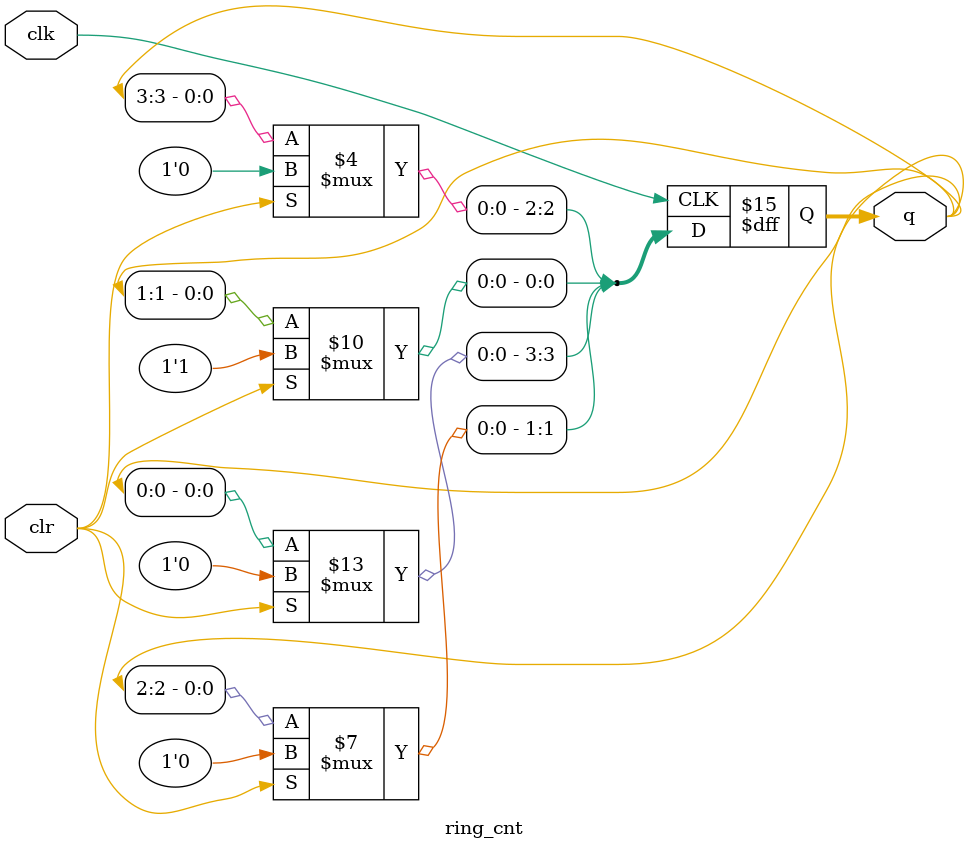
<source format=v>
`timescale 1ns / 1ps


module ring_cnt(q,clk, clr);

output reg [3:0] q;
input clr, clk;


always@(posedge clk)
begin
if(clr==1'b1)

q <= 4'b0001;

else

begin

 q[3] <= q[0];
 q[0] <= q[1];
 q[1] <= q[2];
 q[2] <= q[3];

end


end
endmodule

</source>
